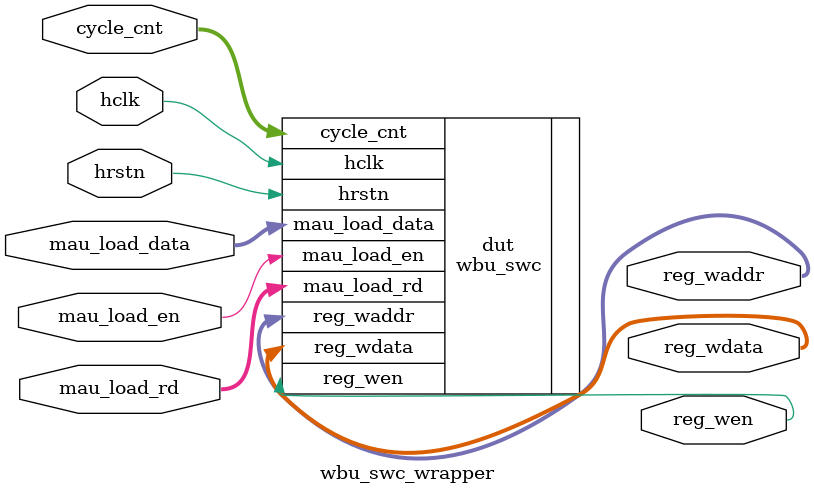
<source format=v>
module wbu_swc_wrapper (
    input hclk,
    input hrstn,
    input [3:0] cycle_cnt,
    input [4:0] mau_load_rd,
    input [31:0] mau_load_data,
    input mau_load_en,
    output [4:0] reg_waddr,
    output reg_wen,
    output [31:0] reg_wdata
);

    wbu_swc dut (
        .hclk(hclk),
        .hrstn(hrstn),
        .cycle_cnt(cycle_cnt),
        .mau_load_rd(mau_load_rd),
        .mau_load_data(mau_load_data),
        .mau_load_en(mau_load_en),
        .reg_waddr(reg_waddr),
        .reg_wen(reg_wen),
        .reg_wdata(reg_wdata)
    );
    initial begin
        $dumpfile(".\vcds\wbu_swc.vcd");
        $dumpvars(0, wbu_swc_wrapper);
    end
endmodule

</source>
